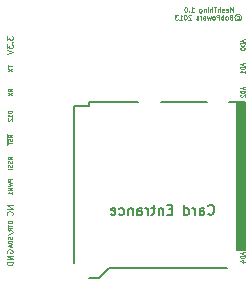
<source format=gbo>
G04 (created by PCBNEW (2013-mar-13)-testing) date Thu 04 Jul 2013 13:06:12 EST*
%MOIN*%
G04 Gerber Fmt 3.4, Leading zero omitted, Abs format*
%FSLAX34Y34*%
G01*
G70*
G90*
G04 APERTURE LIST*
%ADD10C,0.003937*%
%ADD11C,0.007000*%
%ADD12C,0.008000*%
%ADD13C,0.003445*%
%ADD14C,0.002953*%
%ADD15C,0.004921*%
G04 APERTURE END LIST*
G54D10*
X8679Y9413D02*
X8679Y9570D01*
X8626Y9458D01*
X8574Y9570D01*
X8574Y9413D01*
X8439Y9420D02*
X8454Y9413D01*
X8484Y9413D01*
X8499Y9420D01*
X8506Y9435D01*
X8506Y9495D01*
X8499Y9510D01*
X8484Y9517D01*
X8454Y9517D01*
X8439Y9510D01*
X8431Y9495D01*
X8431Y9480D01*
X8506Y9465D01*
X8371Y9420D02*
X8356Y9413D01*
X8326Y9413D01*
X8311Y9420D01*
X8304Y9435D01*
X8304Y9443D01*
X8311Y9458D01*
X8326Y9465D01*
X8349Y9465D01*
X8364Y9473D01*
X8371Y9488D01*
X8371Y9495D01*
X8364Y9510D01*
X8349Y9517D01*
X8326Y9517D01*
X8311Y9510D01*
X8236Y9413D02*
X8236Y9570D01*
X8169Y9413D02*
X8169Y9495D01*
X8176Y9510D01*
X8191Y9517D01*
X8214Y9517D01*
X8229Y9510D01*
X8236Y9502D01*
X8116Y9570D02*
X8026Y9570D01*
X8071Y9413D02*
X8071Y9570D01*
X7974Y9413D02*
X7974Y9570D01*
X7906Y9413D02*
X7906Y9495D01*
X7914Y9510D01*
X7929Y9517D01*
X7951Y9517D01*
X7966Y9510D01*
X7974Y9502D01*
X7831Y9413D02*
X7831Y9517D01*
X7831Y9570D02*
X7839Y9562D01*
X7831Y9555D01*
X7824Y9562D01*
X7831Y9570D01*
X7831Y9555D01*
X7756Y9517D02*
X7756Y9413D01*
X7756Y9502D02*
X7749Y9510D01*
X7734Y9517D01*
X7711Y9517D01*
X7696Y9510D01*
X7689Y9495D01*
X7689Y9413D01*
X7546Y9517D02*
X7546Y9390D01*
X7554Y9375D01*
X7561Y9368D01*
X7576Y9360D01*
X7599Y9360D01*
X7614Y9368D01*
X7546Y9420D02*
X7561Y9413D01*
X7591Y9413D01*
X7606Y9420D01*
X7614Y9428D01*
X7621Y9443D01*
X7621Y9488D01*
X7614Y9502D01*
X7606Y9510D01*
X7591Y9517D01*
X7561Y9517D01*
X7546Y9510D01*
X7269Y9413D02*
X7359Y9413D01*
X7314Y9413D02*
X7314Y9570D01*
X7329Y9547D01*
X7344Y9532D01*
X7359Y9525D01*
X7201Y9428D02*
X7194Y9420D01*
X7201Y9413D01*
X7209Y9420D01*
X7201Y9428D01*
X7201Y9413D01*
X7096Y9570D02*
X7081Y9570D01*
X7066Y9562D01*
X7059Y9555D01*
X7051Y9540D01*
X7044Y9510D01*
X7044Y9473D01*
X7051Y9443D01*
X7059Y9428D01*
X7066Y9420D01*
X7081Y9413D01*
X7096Y9413D01*
X7111Y9420D01*
X7119Y9428D01*
X7126Y9443D01*
X7134Y9473D01*
X7134Y9510D01*
X7126Y9540D01*
X7119Y9555D01*
X7111Y9562D01*
X7096Y9570D01*
X8791Y9273D02*
X8806Y9280D01*
X8836Y9280D01*
X8851Y9273D01*
X8866Y9258D01*
X8874Y9243D01*
X8874Y9213D01*
X8866Y9198D01*
X8851Y9183D01*
X8836Y9175D01*
X8806Y9175D01*
X8791Y9183D01*
X8821Y9333D02*
X8859Y9325D01*
X8896Y9303D01*
X8919Y9265D01*
X8926Y9228D01*
X8919Y9190D01*
X8896Y9153D01*
X8859Y9130D01*
X8821Y9123D01*
X8784Y9130D01*
X8746Y9153D01*
X8724Y9190D01*
X8716Y9228D01*
X8724Y9265D01*
X8746Y9303D01*
X8784Y9325D01*
X8821Y9333D01*
X8596Y9235D02*
X8574Y9228D01*
X8566Y9220D01*
X8559Y9205D01*
X8559Y9183D01*
X8566Y9168D01*
X8574Y9160D01*
X8589Y9153D01*
X8649Y9153D01*
X8649Y9310D01*
X8596Y9310D01*
X8581Y9303D01*
X8574Y9295D01*
X8566Y9280D01*
X8566Y9265D01*
X8574Y9250D01*
X8581Y9243D01*
X8596Y9235D01*
X8649Y9235D01*
X8469Y9153D02*
X8484Y9160D01*
X8491Y9168D01*
X8499Y9183D01*
X8499Y9228D01*
X8491Y9243D01*
X8484Y9250D01*
X8469Y9258D01*
X8446Y9258D01*
X8431Y9250D01*
X8424Y9243D01*
X8416Y9228D01*
X8416Y9183D01*
X8424Y9168D01*
X8431Y9160D01*
X8446Y9153D01*
X8469Y9153D01*
X8349Y9153D02*
X8349Y9310D01*
X8349Y9250D02*
X8334Y9258D01*
X8304Y9258D01*
X8289Y9250D01*
X8281Y9243D01*
X8274Y9228D01*
X8274Y9183D01*
X8281Y9168D01*
X8289Y9160D01*
X8304Y9153D01*
X8334Y9153D01*
X8349Y9160D01*
X8206Y9153D02*
X8206Y9310D01*
X8146Y9310D01*
X8131Y9303D01*
X8124Y9295D01*
X8116Y9280D01*
X8116Y9258D01*
X8124Y9243D01*
X8131Y9235D01*
X8146Y9228D01*
X8206Y9228D01*
X8026Y9153D02*
X8041Y9160D01*
X8049Y9168D01*
X8056Y9183D01*
X8056Y9228D01*
X8049Y9243D01*
X8041Y9250D01*
X8026Y9258D01*
X8004Y9258D01*
X7989Y9250D01*
X7981Y9243D01*
X7974Y9228D01*
X7974Y9183D01*
X7981Y9168D01*
X7989Y9160D01*
X8004Y9153D01*
X8026Y9153D01*
X7921Y9258D02*
X7891Y9153D01*
X7861Y9228D01*
X7831Y9153D01*
X7801Y9258D01*
X7681Y9160D02*
X7696Y9153D01*
X7726Y9153D01*
X7741Y9160D01*
X7749Y9175D01*
X7749Y9235D01*
X7741Y9250D01*
X7726Y9258D01*
X7696Y9258D01*
X7681Y9250D01*
X7674Y9235D01*
X7674Y9220D01*
X7749Y9205D01*
X7606Y9153D02*
X7606Y9258D01*
X7606Y9228D02*
X7599Y9243D01*
X7591Y9250D01*
X7576Y9258D01*
X7561Y9258D01*
X7516Y9160D02*
X7501Y9153D01*
X7471Y9153D01*
X7456Y9160D01*
X7449Y9175D01*
X7449Y9183D01*
X7456Y9198D01*
X7471Y9205D01*
X7494Y9205D01*
X7509Y9213D01*
X7516Y9228D01*
X7516Y9235D01*
X7509Y9250D01*
X7494Y9258D01*
X7471Y9258D01*
X7456Y9250D01*
X7269Y9295D02*
X7261Y9303D01*
X7246Y9310D01*
X7209Y9310D01*
X7194Y9303D01*
X7186Y9295D01*
X7179Y9280D01*
X7179Y9265D01*
X7186Y9243D01*
X7276Y9153D01*
X7179Y9153D01*
X7081Y9310D02*
X7066Y9310D01*
X7051Y9303D01*
X7044Y9295D01*
X7036Y9280D01*
X7029Y9250D01*
X7029Y9213D01*
X7036Y9183D01*
X7044Y9168D01*
X7051Y9160D01*
X7066Y9153D01*
X7081Y9153D01*
X7096Y9160D01*
X7104Y9168D01*
X7111Y9183D01*
X7119Y9213D01*
X7119Y9250D01*
X7111Y9280D01*
X7104Y9295D01*
X7096Y9303D01*
X7081Y9310D01*
X6879Y9153D02*
X6969Y9153D01*
X6924Y9153D02*
X6924Y9310D01*
X6939Y9288D01*
X6954Y9273D01*
X6969Y9265D01*
X6826Y9310D02*
X6729Y9310D01*
X6781Y9250D01*
X6759Y9250D01*
X6744Y9243D01*
X6736Y9235D01*
X6729Y9220D01*
X6729Y9183D01*
X6736Y9168D01*
X6744Y9160D01*
X6759Y9153D01*
X6804Y9153D01*
X6819Y9160D01*
X6826Y9168D01*
G54D11*
X8854Y6401D02*
X8854Y1499D01*
X8893Y1480D02*
X8893Y6421D01*
X8992Y6401D02*
X8992Y1499D01*
X9051Y6421D02*
X8952Y6421D01*
X9051Y1480D02*
X9051Y6421D01*
X8814Y1480D02*
X8814Y6421D01*
X9051Y1480D02*
X8814Y1480D01*
X3874Y6421D02*
X3874Y6263D01*
X3381Y1047D02*
X3381Y6263D01*
X3381Y6263D02*
X3874Y6263D01*
X8480Y869D02*
X4543Y869D01*
X4543Y869D02*
X4208Y535D01*
X4208Y535D02*
X3874Y535D01*
X5507Y6421D02*
X3874Y6421D01*
X7791Y6421D02*
X6255Y6421D01*
X8952Y6421D02*
X8539Y6421D01*
X8952Y1480D02*
X8952Y6421D01*
G54D12*
X7840Y2679D02*
X7856Y2663D01*
X7904Y2647D01*
X7935Y2647D01*
X7983Y2663D01*
X8015Y2695D01*
X8031Y2727D01*
X8047Y2791D01*
X8047Y2839D01*
X8031Y2902D01*
X8015Y2934D01*
X7983Y2966D01*
X7935Y2982D01*
X7904Y2982D01*
X7856Y2966D01*
X7840Y2950D01*
X7553Y2647D02*
X7553Y2823D01*
X7569Y2854D01*
X7601Y2870D01*
X7665Y2870D01*
X7696Y2854D01*
X7553Y2663D02*
X7585Y2647D01*
X7665Y2647D01*
X7696Y2663D01*
X7712Y2695D01*
X7712Y2727D01*
X7696Y2759D01*
X7665Y2775D01*
X7585Y2775D01*
X7553Y2791D01*
X7394Y2647D02*
X7394Y2870D01*
X7394Y2807D02*
X7378Y2839D01*
X7362Y2854D01*
X7330Y2870D01*
X7298Y2870D01*
X7043Y2647D02*
X7043Y2982D01*
X7043Y2663D02*
X7075Y2647D01*
X7139Y2647D01*
X7171Y2663D01*
X7186Y2679D01*
X7202Y2711D01*
X7202Y2807D01*
X7186Y2839D01*
X7171Y2854D01*
X7139Y2870D01*
X7075Y2870D01*
X7043Y2854D01*
X6629Y2823D02*
X6517Y2823D01*
X6469Y2647D02*
X6629Y2647D01*
X6629Y2982D01*
X6469Y2982D01*
X6326Y2870D02*
X6326Y2647D01*
X6326Y2839D02*
X6310Y2854D01*
X6278Y2870D01*
X6230Y2870D01*
X6198Y2854D01*
X6183Y2823D01*
X6183Y2647D01*
X6071Y2870D02*
X5944Y2870D01*
X6023Y2982D02*
X6023Y2695D01*
X6007Y2663D01*
X5975Y2647D01*
X5944Y2647D01*
X5832Y2647D02*
X5832Y2870D01*
X5832Y2807D02*
X5816Y2839D01*
X5800Y2854D01*
X5768Y2870D01*
X5736Y2870D01*
X5481Y2647D02*
X5481Y2823D01*
X5497Y2854D01*
X5529Y2870D01*
X5593Y2870D01*
X5625Y2854D01*
X5481Y2663D02*
X5513Y2647D01*
X5593Y2647D01*
X5625Y2663D01*
X5641Y2695D01*
X5641Y2727D01*
X5625Y2759D01*
X5593Y2775D01*
X5513Y2775D01*
X5481Y2791D01*
X5322Y2870D02*
X5322Y2647D01*
X5322Y2839D02*
X5306Y2854D01*
X5274Y2870D01*
X5226Y2870D01*
X5195Y2854D01*
X5179Y2823D01*
X5179Y2647D01*
X4876Y2663D02*
X4908Y2647D01*
X4971Y2647D01*
X5003Y2663D01*
X5019Y2679D01*
X5035Y2711D01*
X5035Y2807D01*
X5019Y2839D01*
X5003Y2854D01*
X4971Y2870D01*
X4908Y2870D01*
X4876Y2854D01*
X4605Y2663D02*
X4637Y2647D01*
X4701Y2647D01*
X4732Y2663D01*
X4748Y2695D01*
X4748Y2823D01*
X4732Y2854D01*
X4701Y2870D01*
X4637Y2870D01*
X4605Y2854D01*
X4589Y2823D01*
X4589Y2791D01*
X4748Y2759D01*
G54D13*
X9011Y1395D02*
X9011Y1329D01*
X9050Y1408D02*
X8912Y1362D01*
X9050Y1316D01*
X9050Y1270D02*
X8912Y1270D01*
X8912Y1237D01*
X8919Y1218D01*
X8932Y1204D01*
X8945Y1198D01*
X8971Y1191D01*
X8991Y1191D01*
X9017Y1198D01*
X9030Y1204D01*
X9043Y1218D01*
X9050Y1237D01*
X9050Y1270D01*
X8958Y1073D02*
X9050Y1073D01*
X8906Y1106D02*
X9004Y1139D01*
X9004Y1054D01*
X9011Y6907D02*
X9011Y6841D01*
X9050Y6920D02*
X8912Y6874D01*
X9050Y6828D01*
X9050Y6782D02*
X8912Y6782D01*
X8912Y6749D01*
X8919Y6730D01*
X8932Y6716D01*
X8945Y6710D01*
X8971Y6703D01*
X8991Y6703D01*
X9017Y6710D01*
X9030Y6716D01*
X9043Y6730D01*
X9050Y6749D01*
X9050Y6782D01*
X8925Y6651D02*
X8919Y6644D01*
X8912Y6631D01*
X8912Y6598D01*
X8919Y6585D01*
X8925Y6579D01*
X8938Y6572D01*
X8952Y6572D01*
X8971Y6579D01*
X9050Y6657D01*
X9050Y6572D01*
G54D14*
X9011Y7695D02*
X9011Y7629D01*
X9050Y7708D02*
X8912Y7662D01*
X9050Y7616D01*
X9050Y7570D02*
X8912Y7570D01*
X8912Y7537D01*
X8919Y7518D01*
X8932Y7504D01*
X8945Y7498D01*
X8971Y7491D01*
X8991Y7491D01*
X9017Y7498D01*
X9030Y7504D01*
X9043Y7518D01*
X9050Y7537D01*
X9050Y7570D01*
X9050Y7360D02*
X9050Y7439D01*
X9050Y7400D02*
X8912Y7400D01*
X8932Y7413D01*
X8945Y7426D01*
X8952Y7439D01*
X9011Y8482D02*
X9011Y8416D01*
X9050Y8495D02*
X8912Y8449D01*
X9050Y8403D01*
X9050Y8357D02*
X8912Y8357D01*
X8912Y8324D01*
X8919Y8305D01*
X8932Y8291D01*
X8945Y8285D01*
X8971Y8278D01*
X8991Y8278D01*
X9017Y8285D01*
X9030Y8291D01*
X9043Y8305D01*
X9050Y8324D01*
X9050Y8357D01*
X8912Y8193D02*
X8912Y8180D01*
X8919Y8167D01*
X8925Y8160D01*
X8938Y8154D01*
X8965Y8147D01*
X8998Y8147D01*
X9024Y8154D01*
X9037Y8160D01*
X9043Y8167D01*
X9050Y8180D01*
X9050Y8193D01*
X9043Y8206D01*
X9037Y8213D01*
X9024Y8219D01*
X8998Y8226D01*
X8965Y8226D01*
X8938Y8219D01*
X8925Y8213D01*
X8919Y8206D01*
X8912Y8193D01*
G54D15*
X1124Y8605D02*
X1124Y8483D01*
X1199Y8549D01*
X1199Y8521D01*
X1208Y8502D01*
X1218Y8493D01*
X1236Y8483D01*
X1283Y8483D01*
X1302Y8493D01*
X1311Y8502D01*
X1321Y8521D01*
X1321Y8577D01*
X1311Y8596D01*
X1302Y8605D01*
X1302Y8399D02*
X1311Y8389D01*
X1321Y8399D01*
X1311Y8408D01*
X1302Y8399D01*
X1321Y8399D01*
X1124Y8324D02*
X1124Y8202D01*
X1199Y8268D01*
X1199Y8239D01*
X1208Y8221D01*
X1218Y8211D01*
X1236Y8202D01*
X1283Y8202D01*
X1302Y8211D01*
X1311Y8221D01*
X1321Y8239D01*
X1321Y8296D01*
X1311Y8314D01*
X1302Y8324D01*
X1124Y8146D02*
X1321Y8080D01*
X1124Y8014D01*
G54D13*
X1156Y7632D02*
X1156Y7554D01*
X1294Y7593D02*
X1156Y7593D01*
X1156Y7521D02*
X1294Y7429D01*
X1156Y7429D02*
X1294Y7521D01*
X1294Y6762D02*
X1229Y6808D01*
X1294Y6841D02*
X1156Y6841D01*
X1156Y6789D01*
X1163Y6776D01*
X1169Y6769D01*
X1183Y6762D01*
X1202Y6762D01*
X1215Y6769D01*
X1222Y6776D01*
X1229Y6789D01*
X1229Y6841D01*
X1156Y6716D02*
X1294Y6625D01*
X1156Y6625D02*
X1294Y6716D01*
X1294Y6120D02*
X1156Y6120D01*
X1156Y6087D01*
X1163Y6067D01*
X1176Y6054D01*
X1189Y6048D01*
X1215Y6041D01*
X1235Y6041D01*
X1261Y6048D01*
X1274Y6054D01*
X1288Y6067D01*
X1294Y6087D01*
X1294Y6120D01*
X1294Y5910D02*
X1294Y5989D01*
X1294Y5949D02*
X1156Y5949D01*
X1176Y5962D01*
X1189Y5975D01*
X1196Y5989D01*
X1169Y5857D02*
X1163Y5851D01*
X1156Y5838D01*
X1156Y5805D01*
X1163Y5792D01*
X1169Y5785D01*
X1183Y5779D01*
X1196Y5779D01*
X1215Y5785D01*
X1294Y5864D01*
X1294Y5779D01*
X1294Y5240D02*
X1229Y5286D01*
X1294Y5319D02*
X1156Y5319D01*
X1156Y5266D01*
X1163Y5253D01*
X1169Y5246D01*
X1183Y5240D01*
X1202Y5240D01*
X1215Y5246D01*
X1222Y5253D01*
X1229Y5266D01*
X1229Y5319D01*
X1288Y5187D02*
X1294Y5168D01*
X1294Y5135D01*
X1288Y5122D01*
X1281Y5115D01*
X1268Y5109D01*
X1255Y5109D01*
X1242Y5115D01*
X1235Y5122D01*
X1229Y5135D01*
X1222Y5161D01*
X1215Y5174D01*
X1209Y5181D01*
X1196Y5187D01*
X1183Y5187D01*
X1169Y5181D01*
X1163Y5174D01*
X1156Y5161D01*
X1156Y5128D01*
X1163Y5109D01*
X1156Y5069D02*
X1156Y4991D01*
X1294Y5030D02*
X1156Y5030D01*
X1133Y5351D02*
X1133Y4977D01*
X1294Y4499D02*
X1229Y4545D01*
X1294Y4578D02*
X1156Y4578D01*
X1156Y4525D01*
X1163Y4512D01*
X1169Y4505D01*
X1183Y4499D01*
X1202Y4499D01*
X1215Y4505D01*
X1222Y4512D01*
X1229Y4525D01*
X1229Y4578D01*
X1288Y4446D02*
X1294Y4427D01*
X1294Y4394D01*
X1288Y4381D01*
X1281Y4374D01*
X1268Y4368D01*
X1255Y4368D01*
X1242Y4374D01*
X1235Y4381D01*
X1229Y4394D01*
X1222Y4420D01*
X1215Y4433D01*
X1209Y4440D01*
X1196Y4446D01*
X1183Y4446D01*
X1169Y4440D01*
X1163Y4433D01*
X1156Y4420D01*
X1156Y4387D01*
X1163Y4368D01*
X1288Y4315D02*
X1294Y4295D01*
X1294Y4263D01*
X1288Y4250D01*
X1281Y4243D01*
X1268Y4236D01*
X1255Y4236D01*
X1242Y4243D01*
X1235Y4250D01*
X1229Y4263D01*
X1222Y4289D01*
X1215Y4302D01*
X1209Y4309D01*
X1196Y4315D01*
X1183Y4315D01*
X1169Y4309D01*
X1163Y4302D01*
X1156Y4289D01*
X1156Y4256D01*
X1163Y4236D01*
X1294Y4177D02*
X1156Y4177D01*
X1294Y3850D02*
X1156Y3850D01*
X1156Y3797D01*
X1163Y3784D01*
X1169Y3777D01*
X1183Y3771D01*
X1202Y3771D01*
X1215Y3777D01*
X1222Y3784D01*
X1229Y3797D01*
X1229Y3850D01*
X1156Y3725D02*
X1294Y3692D01*
X1196Y3666D01*
X1294Y3640D01*
X1156Y3607D01*
X1294Y3554D02*
X1156Y3554D01*
X1255Y3508D01*
X1156Y3463D01*
X1294Y3463D01*
X1294Y3325D02*
X1294Y3403D01*
X1294Y3364D02*
X1156Y3364D01*
X1176Y3377D01*
X1189Y3390D01*
X1196Y3403D01*
G54D15*
X1321Y2957D02*
X1124Y2957D01*
X1321Y2845D01*
X1124Y2845D01*
X1302Y2638D02*
X1311Y2648D01*
X1321Y2676D01*
X1321Y2695D01*
X1311Y2723D01*
X1293Y2742D01*
X1274Y2751D01*
X1236Y2760D01*
X1208Y2760D01*
X1171Y2751D01*
X1152Y2742D01*
X1133Y2723D01*
X1124Y2695D01*
X1124Y2676D01*
X1133Y2648D01*
X1143Y2638D01*
G54D13*
X1294Y2439D02*
X1156Y2439D01*
X1156Y2406D01*
X1163Y2386D01*
X1176Y2373D01*
X1189Y2367D01*
X1215Y2360D01*
X1235Y2360D01*
X1261Y2367D01*
X1274Y2373D01*
X1288Y2386D01*
X1294Y2406D01*
X1294Y2439D01*
X1156Y2321D02*
X1156Y2242D01*
X1294Y2281D02*
X1156Y2281D01*
X1294Y2117D02*
X1229Y2163D01*
X1294Y2196D02*
X1156Y2196D01*
X1156Y2143D01*
X1163Y2130D01*
X1169Y2124D01*
X1183Y2117D01*
X1202Y2117D01*
X1215Y2124D01*
X1222Y2130D01*
X1229Y2143D01*
X1229Y2196D01*
X1150Y1960D02*
X1327Y2078D01*
X1288Y1920D02*
X1294Y1901D01*
X1294Y1868D01*
X1288Y1855D01*
X1281Y1848D01*
X1268Y1842D01*
X1255Y1842D01*
X1242Y1848D01*
X1235Y1855D01*
X1229Y1868D01*
X1222Y1894D01*
X1215Y1907D01*
X1209Y1914D01*
X1196Y1920D01*
X1183Y1920D01*
X1169Y1914D01*
X1163Y1907D01*
X1156Y1894D01*
X1156Y1861D01*
X1163Y1842D01*
X1294Y1783D02*
X1156Y1783D01*
X1156Y1750D01*
X1163Y1730D01*
X1176Y1717D01*
X1189Y1710D01*
X1215Y1704D01*
X1235Y1704D01*
X1261Y1710D01*
X1274Y1717D01*
X1288Y1730D01*
X1294Y1750D01*
X1294Y1783D01*
X1255Y1651D02*
X1255Y1586D01*
X1294Y1664D02*
X1156Y1618D01*
X1294Y1573D01*
G54D15*
X1133Y1377D02*
X1124Y1396D01*
X1124Y1424D01*
X1133Y1452D01*
X1152Y1471D01*
X1171Y1481D01*
X1208Y1490D01*
X1236Y1490D01*
X1274Y1481D01*
X1293Y1471D01*
X1311Y1452D01*
X1321Y1424D01*
X1321Y1406D01*
X1311Y1377D01*
X1302Y1368D01*
X1236Y1368D01*
X1236Y1406D01*
X1321Y1284D02*
X1124Y1284D01*
X1321Y1171D01*
X1124Y1171D01*
X1321Y1077D02*
X1124Y1077D01*
X1124Y1031D01*
X1133Y1002D01*
X1152Y984D01*
X1171Y974D01*
X1208Y965D01*
X1236Y965D01*
X1274Y974D01*
X1293Y984D01*
X1311Y1002D01*
X1321Y1031D01*
X1321Y1077D01*
M02*

</source>
